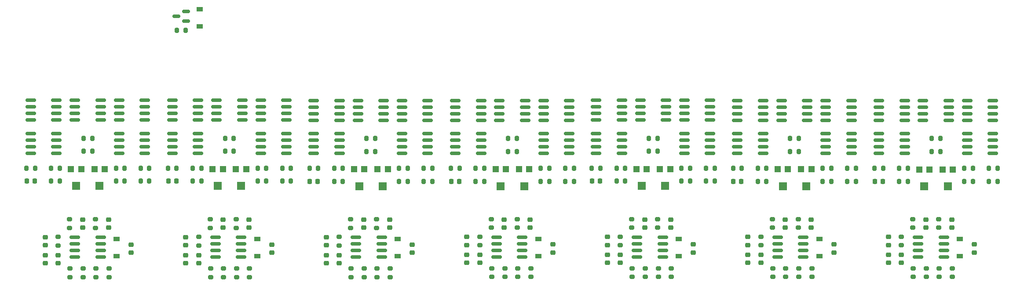
<source format=gtp>
G04 #@! TF.GenerationSoftware,KiCad,Pcbnew,(6.0.0)*
G04 #@! TF.CreationDate,2022-10-10T14:03:21+02:00*
G04 #@! TF.ProjectId,sonus7_rev1,736f6e75-7337-45f7-9265-76312e6b6963,rev?*
G04 #@! TF.SameCoordinates,Original*
G04 #@! TF.FileFunction,Paste,Top*
G04 #@! TF.FilePolarity,Positive*
%FSLAX46Y46*%
G04 Gerber Fmt 4.6, Leading zero omitted, Abs format (unit mm)*
G04 Created by KiCad (PCBNEW (6.0.0)) date 2022-10-10 14:03:21*
%MOMM*%
%LPD*%
G01*
G04 APERTURE LIST*
G04 Aperture macros list*
%AMRoundRect*
0 Rectangle with rounded corners*
0 $1 Rounding radius*
0 $2 $3 $4 $5 $6 $7 $8 $9 X,Y pos of 4 corners*
0 Add a 4 corners polygon primitive as box body*
4,1,4,$2,$3,$4,$5,$6,$7,$8,$9,$2,$3,0*
0 Add four circle primitives for the rounded corners*
1,1,$1+$1,$2,$3*
1,1,$1+$1,$4,$5*
1,1,$1+$1,$6,$7*
1,1,$1+$1,$8,$9*
0 Add four rect primitives between the rounded corners*
20,1,$1+$1,$2,$3,$4,$5,0*
20,1,$1+$1,$4,$5,$6,$7,0*
20,1,$1+$1,$6,$7,$8,$9,0*
20,1,$1+$1,$8,$9,$2,$3,0*%
G04 Aperture macros list end*
%ADD10RoundRect,0.200000X-0.275000X0.200000X-0.275000X-0.200000X0.275000X-0.200000X0.275000X0.200000X0*%
%ADD11RoundRect,0.150000X-0.825000X-0.150000X0.825000X-0.150000X0.825000X0.150000X-0.825000X0.150000X0*%
%ADD12RoundRect,0.200000X0.275000X-0.200000X0.275000X0.200000X-0.275000X0.200000X-0.275000X-0.200000X0*%
%ADD13RoundRect,0.200000X-0.200000X-0.275000X0.200000X-0.275000X0.200000X0.275000X-0.200000X0.275000X0*%
%ADD14RoundRect,0.225000X-0.250000X0.225000X-0.250000X-0.225000X0.250000X-0.225000X0.250000X0.225000X0*%
%ADD15RoundRect,0.225000X0.250000X-0.225000X0.250000X0.225000X-0.250000X0.225000X-0.250000X-0.225000X0*%
%ADD16R,1.200000X0.900000*%
%ADD17R,1.200000X1.200000*%
%ADD18R,1.600000X1.500000*%
%ADD19RoundRect,0.150000X0.587500X0.150000X-0.587500X0.150000X-0.587500X-0.150000X0.587500X-0.150000X0*%
%ADD20RoundRect,0.200000X0.200000X0.275000X-0.200000X0.275000X-0.200000X-0.275000X0.200000X-0.275000X0*%
%ADD21RoundRect,0.225000X-0.225000X-0.250000X0.225000X-0.250000X0.225000X0.250000X-0.225000X0.250000X0*%
G04 APERTURE END LIST*
D10*
X207350000Y-101850000D03*
X207350000Y-103500000D03*
D11*
X187972500Y-75877500D03*
X187972500Y-77147500D03*
X187972500Y-78417500D03*
X187972500Y-79687500D03*
X192922500Y-79687500D03*
X192922500Y-78417500D03*
X192922500Y-77147500D03*
X192922500Y-75877500D03*
X62212500Y-75857500D03*
X62212500Y-77127500D03*
X62212500Y-78397500D03*
X62212500Y-79667500D03*
X67162500Y-79667500D03*
X67162500Y-78397500D03*
X67162500Y-77127500D03*
X67162500Y-75857500D03*
D12*
X47537500Y-103532500D03*
X47537500Y-101882500D03*
D13*
X110607500Y-82542500D03*
X112257500Y-82542500D03*
D11*
X143787500Y-75857500D03*
X143787500Y-77127500D03*
X143787500Y-78397500D03*
X143787500Y-79667500D03*
X148737500Y-79667500D03*
X148737500Y-78397500D03*
X148737500Y-77127500D03*
X148737500Y-75857500D03*
D14*
X145950000Y-99250000D03*
X145950000Y-100800000D03*
D12*
X42437500Y-94057500D03*
X42437500Y-92407500D03*
D13*
X214637500Y-85072500D03*
X216287500Y-85072500D03*
D12*
X96637500Y-103532500D03*
X96637500Y-101882500D03*
D14*
X64787500Y-99282500D03*
X64787500Y-100832500D03*
D13*
X147712500Y-85032500D03*
X149362500Y-85032500D03*
X66137500Y-85032500D03*
X67787500Y-85032500D03*
X137857500Y-85052500D03*
X139507500Y-85052500D03*
D15*
X121400000Y-100800000D03*
X121400000Y-99250000D03*
D12*
X128700000Y-103500000D03*
X128700000Y-101850000D03*
D13*
X105857500Y-82552500D03*
X107507500Y-82552500D03*
D12*
X202550000Y-97400000D03*
X202550000Y-95750000D03*
D11*
X51962500Y-75857500D03*
X51962500Y-77127500D03*
X51962500Y-78397500D03*
X51962500Y-79667500D03*
X56912500Y-79667500D03*
X56912500Y-78397500D03*
X56912500Y-77127500D03*
X56912500Y-75857500D03*
D16*
X159700000Y-99450000D03*
X159700000Y-96150000D03*
D11*
X198212500Y-75897500D03*
X198212500Y-77167500D03*
X198212500Y-78437500D03*
X198212500Y-79707500D03*
X203162500Y-79707500D03*
X203162500Y-78437500D03*
X203162500Y-77167500D03*
X203162500Y-75897500D03*
X143787500Y-69472500D03*
X143787500Y-70742500D03*
X143787500Y-72012500D03*
X143787500Y-73282500D03*
X148737500Y-73282500D03*
X148737500Y-72012500D03*
X148737500Y-70742500D03*
X148737500Y-69472500D03*
D13*
X153962500Y-76782500D03*
X155612500Y-76782500D03*
D16*
X78537500Y-99482500D03*
X78537500Y-96182500D03*
D12*
X177700000Y-94025000D03*
X177700000Y-92375000D03*
X155650000Y-94025000D03*
X155650000Y-92375000D03*
D13*
X187397500Y-82552500D03*
X189047500Y-82552500D03*
D15*
X126100000Y-93975000D03*
X126100000Y-92425000D03*
D11*
X178725000Y-95845000D03*
X178725000Y-97115000D03*
X178725000Y-98385000D03*
X178725000Y-99655000D03*
X183675000Y-99655000D03*
X183675000Y-98385000D03*
X183675000Y-97115000D03*
X183675000Y-95845000D03*
D13*
X174897500Y-85052500D03*
X176547500Y-85052500D03*
D10*
X126200000Y-101850000D03*
X126200000Y-103500000D03*
D11*
X106432500Y-69492500D03*
X106432500Y-70762500D03*
X106432500Y-72032500D03*
X106432500Y-73302500D03*
X111382500Y-73302500D03*
X111382500Y-72032500D03*
X111382500Y-70762500D03*
X111382500Y-69492500D03*
D13*
X197387500Y-82572500D03*
X199037500Y-82572500D03*
D12*
X155750000Y-103500000D03*
X155750000Y-101850000D03*
D11*
X152287500Y-69472500D03*
X152287500Y-70742500D03*
X152287500Y-72012500D03*
X152287500Y-73282500D03*
X157237500Y-73282500D03*
X157237500Y-72012500D03*
X157237500Y-70742500D03*
X157237500Y-69472500D03*
D13*
X120607500Y-82552500D03*
X122257500Y-82552500D03*
X120607500Y-85052500D03*
X122257500Y-85052500D03*
D10*
X158250000Y-101850000D03*
X158250000Y-103500000D03*
D13*
X153962500Y-79282500D03*
X155612500Y-79282500D03*
D15*
X145950000Y-97350000D03*
X145950000Y-95800000D03*
D13*
X83387500Y-85032500D03*
X85037500Y-85032500D03*
X214637500Y-82572500D03*
X216287500Y-82572500D03*
X105857500Y-85052500D03*
X107507500Y-85052500D03*
X93357500Y-82552500D03*
X95007500Y-82552500D03*
X66137500Y-82532500D03*
X67787500Y-82532500D03*
X72387500Y-79282500D03*
X74037500Y-79282500D03*
D15*
X180200000Y-93975000D03*
X180200000Y-92425000D03*
D13*
X51387500Y-82532500D03*
X53037500Y-82532500D03*
D11*
X116682500Y-75877500D03*
X116682500Y-77147500D03*
X116682500Y-78417500D03*
X116682500Y-79687500D03*
X121632500Y-79687500D03*
X121632500Y-78417500D03*
X121632500Y-77147500D03*
X121632500Y-75877500D03*
X125182500Y-69492500D03*
X125182500Y-70762500D03*
X125182500Y-72032500D03*
X125182500Y-73302500D03*
X130132500Y-73302500D03*
X130132500Y-72032500D03*
X130132500Y-70762500D03*
X130132500Y-69492500D03*
D10*
X104137500Y-101882500D03*
X104137500Y-103532500D03*
D17*
X130932500Y-82752500D03*
D18*
X129932500Y-86002500D03*
D17*
X128932500Y-82752500D03*
D15*
X200050000Y-97350000D03*
X200050000Y-95800000D03*
D10*
X180300000Y-101850000D03*
X180300000Y-103500000D03*
D13*
X51387500Y-85032500D03*
X53037500Y-85032500D03*
D11*
X133682500Y-69492500D03*
X133682500Y-70762500D03*
X133682500Y-72032500D03*
X133682500Y-73302500D03*
X138632500Y-73302500D03*
X138632500Y-72032500D03*
X138632500Y-70762500D03*
X138632500Y-69492500D03*
D13*
X93357500Y-85052500D03*
X95007500Y-85052500D03*
X181147500Y-76802500D03*
X182797500Y-76802500D03*
D12*
X47437500Y-94057500D03*
X47437500Y-92407500D03*
D15*
X91837500Y-97382500D03*
X91837500Y-95832500D03*
D13*
X208387500Y-79322500D03*
X210037500Y-79322500D03*
D11*
X51962500Y-69472500D03*
X51962500Y-70742500D03*
X51962500Y-72012500D03*
X51962500Y-73282500D03*
X56912500Y-73282500D03*
X56912500Y-72012500D03*
X56912500Y-70742500D03*
X56912500Y-69472500D03*
D13*
X181147500Y-79302500D03*
X182797500Y-79302500D03*
D10*
X45037500Y-101882500D03*
X45037500Y-103532500D03*
D12*
X69487500Y-94057500D03*
X69487500Y-92407500D03*
D13*
X56137500Y-85032500D03*
X57787500Y-85032500D03*
D10*
X72087500Y-101882500D03*
X72087500Y-103532500D03*
D11*
X97562500Y-95877500D03*
X97562500Y-97147500D03*
X97562500Y-98417500D03*
X97562500Y-99687500D03*
X102512500Y-99687500D03*
X102512500Y-98417500D03*
X102512500Y-97147500D03*
X102512500Y-95877500D03*
D13*
X61387500Y-82532500D03*
X63037500Y-82532500D03*
D15*
X76987500Y-94007500D03*
X76987500Y-92457500D03*
D19*
X64875000Y-54200000D03*
X64875000Y-52300000D03*
X63000000Y-53250000D03*
D10*
X212350000Y-101850000D03*
X212350000Y-103500000D03*
D11*
X198212500Y-69512500D03*
X198212500Y-70782500D03*
X198212500Y-72052500D03*
X198212500Y-73322500D03*
X203162500Y-73322500D03*
X203162500Y-72052500D03*
X203162500Y-70782500D03*
X203162500Y-69512500D03*
D17*
X44712500Y-82732500D03*
D18*
X43712500Y-85982500D03*
D17*
X42712500Y-82732500D03*
D13*
X110607500Y-85052500D03*
X112257500Y-85052500D03*
D15*
X207250000Y-93975000D03*
X207250000Y-92425000D03*
D13*
X78637500Y-82532500D03*
X80287500Y-82532500D03*
D12*
X67287500Y-97432500D03*
X67287500Y-95782500D03*
D15*
X40237500Y-100832500D03*
X40237500Y-99282500D03*
D12*
X74587500Y-103532500D03*
X74587500Y-101882500D03*
D13*
X45137500Y-76782500D03*
X46787500Y-76782500D03*
D12*
X96537500Y-94057500D03*
X96537500Y-92407500D03*
D20*
X64762500Y-56000000D03*
X63112500Y-56000000D03*
D17*
X99182500Y-82752500D03*
D18*
X98182500Y-86002500D03*
D17*
X97182500Y-82752500D03*
X126432500Y-82752500D03*
D18*
X125432500Y-86002500D03*
D17*
X124432500Y-82752500D03*
D15*
X71987500Y-94007500D03*
X71987500Y-92457500D03*
D13*
X78637500Y-85032500D03*
X80287500Y-85032500D03*
D14*
X37737500Y-99282500D03*
X37737500Y-100832500D03*
D13*
X164962500Y-82522500D03*
X166612500Y-82522500D03*
D15*
X104037500Y-94007500D03*
X104037500Y-92457500D03*
D13*
X142962500Y-82532500D03*
X144612500Y-82532500D03*
X99607500Y-79302500D03*
X101257500Y-79302500D03*
D15*
X158150000Y-93975000D03*
X158150000Y-92425000D03*
X189550000Y-98775000D03*
X189550000Y-97225000D03*
D12*
X101637500Y-103532500D03*
X101637500Y-101882500D03*
D13*
X219387500Y-85072500D03*
X221037500Y-85072500D03*
D11*
X89432500Y-69492500D03*
X89432500Y-70762500D03*
X89432500Y-72032500D03*
X89432500Y-73302500D03*
X94382500Y-73302500D03*
X94382500Y-72032500D03*
X94382500Y-70762500D03*
X94382500Y-69492500D03*
X215212500Y-69512500D03*
X215212500Y-70782500D03*
X215212500Y-72052500D03*
X215212500Y-73322500D03*
X220162500Y-73322500D03*
X220162500Y-72052500D03*
X220162500Y-70782500D03*
X220162500Y-69512500D03*
D21*
X61437500Y-85032500D03*
X62987500Y-85032500D03*
D12*
X209850000Y-103500000D03*
X209850000Y-101850000D03*
X204850000Y-103500000D03*
X204850000Y-101850000D03*
D13*
X45137500Y-79282500D03*
X46787500Y-79282500D03*
X170147500Y-82552500D03*
X171797500Y-82552500D03*
D15*
X173000000Y-97350000D03*
X173000000Y-95800000D03*
D13*
X83387500Y-82522500D03*
X85037500Y-82522500D03*
D10*
X185300000Y-101850000D03*
X185300000Y-103500000D03*
D15*
X108387500Y-98807500D03*
X108387500Y-97257500D03*
D12*
X121400000Y-97400000D03*
X121400000Y-95750000D03*
D17*
X153537500Y-82732500D03*
D18*
X152537500Y-85982500D03*
D17*
X151537500Y-82732500D03*
D14*
X118900000Y-99250000D03*
X118900000Y-100800000D03*
D16*
X105587500Y-99482500D03*
X105587500Y-96182500D03*
D12*
X150750000Y-103500000D03*
X150750000Y-101850000D03*
X94337500Y-97432500D03*
X94337500Y-95782500D03*
D13*
X192147500Y-82542500D03*
X193797500Y-82542500D03*
D16*
X132650000Y-99450000D03*
X132650000Y-96150000D03*
D13*
X137857500Y-82542500D03*
X139507500Y-82542500D03*
D15*
X54287500Y-98807500D03*
X54287500Y-97257500D03*
D11*
X206712500Y-69512500D03*
X206712500Y-70782500D03*
X206712500Y-72052500D03*
X206712500Y-73322500D03*
X211662500Y-73322500D03*
X211662500Y-72052500D03*
X211662500Y-70782500D03*
X211662500Y-69512500D03*
X133682500Y-75877500D03*
X133682500Y-77147500D03*
X133682500Y-78417500D03*
X133682500Y-79687500D03*
X138632500Y-79687500D03*
X138632500Y-78417500D03*
X138632500Y-77147500D03*
X138632500Y-75877500D03*
D12*
X175500000Y-97400000D03*
X175500000Y-95750000D03*
D15*
X99037500Y-94007500D03*
X99037500Y-92457500D03*
D13*
X38887500Y-82532500D03*
X40537500Y-82532500D03*
D12*
X101537500Y-94057500D03*
X101537500Y-92407500D03*
D11*
X160787500Y-75857500D03*
X160787500Y-77127500D03*
X160787500Y-78397500D03*
X160787500Y-79667500D03*
X165737500Y-79667500D03*
X165737500Y-78397500D03*
X165737500Y-77127500D03*
X165737500Y-75857500D03*
D13*
X133107500Y-82552500D03*
X134757500Y-82552500D03*
D12*
X148450000Y-97400000D03*
X148450000Y-95750000D03*
D10*
X153250000Y-101850000D03*
X153250000Y-103500000D03*
D11*
X62212500Y-69472500D03*
X62212500Y-70742500D03*
X62212500Y-72012500D03*
X62212500Y-73282500D03*
X67162500Y-73282500D03*
X67162500Y-72012500D03*
X67162500Y-70742500D03*
X67162500Y-69472500D03*
X160787500Y-69472500D03*
X160787500Y-70742500D03*
X160787500Y-72012500D03*
X160787500Y-73282500D03*
X165737500Y-73282500D03*
X165737500Y-72012500D03*
X165737500Y-70742500D03*
X165737500Y-69472500D03*
X97932500Y-69492500D03*
X97932500Y-70762500D03*
X97932500Y-72032500D03*
X97932500Y-73302500D03*
X102882500Y-73302500D03*
X102882500Y-72032500D03*
X102882500Y-70762500D03*
X102882500Y-69492500D03*
D13*
X72387500Y-76782500D03*
X74037500Y-76782500D03*
D15*
X94337500Y-100832500D03*
X94337500Y-99282500D03*
D12*
X177800000Y-103500000D03*
X177800000Y-101850000D03*
D15*
X212250000Y-93975000D03*
X212250000Y-92425000D03*
D17*
X185222500Y-82752500D03*
D18*
X184222500Y-86002500D03*
D17*
X183222500Y-82752500D03*
D11*
X124625000Y-95845000D03*
X124625000Y-97115000D03*
X124625000Y-98385000D03*
X124625000Y-99655000D03*
X129575000Y-99655000D03*
X129575000Y-98385000D03*
X129575000Y-97115000D03*
X129575000Y-95845000D03*
D12*
X150650000Y-94025000D03*
X150650000Y-92375000D03*
D13*
X38887500Y-85032500D03*
X40537500Y-85032500D03*
D17*
X212462500Y-82772500D03*
D18*
X211462500Y-86022500D03*
D17*
X210462500Y-82772500D03*
D13*
X208387500Y-76822500D03*
X210037500Y-76822500D03*
D15*
X49937500Y-94007500D03*
X49937500Y-92457500D03*
D11*
X79212500Y-69472500D03*
X79212500Y-70742500D03*
X79212500Y-72012500D03*
X79212500Y-73282500D03*
X84162500Y-73282500D03*
X84162500Y-72012500D03*
X84162500Y-70742500D03*
X84162500Y-69472500D03*
D12*
X182700000Y-94025000D03*
X182700000Y-92375000D03*
D11*
X151675000Y-95845000D03*
X151675000Y-97115000D03*
X151675000Y-98385000D03*
X151675000Y-99655000D03*
X156625000Y-99655000D03*
X156625000Y-98385000D03*
X156625000Y-97115000D03*
X156625000Y-95845000D03*
D13*
X160212500Y-85032500D03*
X161862500Y-85032500D03*
D16*
X51487500Y-99482500D03*
X51487500Y-96182500D03*
D12*
X209750000Y-94025000D03*
X209750000Y-92375000D03*
D14*
X200050000Y-99250000D03*
X200050000Y-100800000D03*
D11*
X70512500Y-95877500D03*
X70512500Y-97147500D03*
X70512500Y-98417500D03*
X70512500Y-99687500D03*
X75462500Y-99687500D03*
X75462500Y-98417500D03*
X75462500Y-97147500D03*
X75462500Y-95877500D03*
D17*
X49212500Y-82732500D03*
D18*
X48212500Y-85982500D03*
D17*
X47212500Y-82732500D03*
D11*
X70712500Y-69472500D03*
X70712500Y-70742500D03*
X70712500Y-72012500D03*
X70712500Y-73282500D03*
X75662500Y-73282500D03*
X75662500Y-72012500D03*
X75662500Y-70742500D03*
X75662500Y-69472500D03*
X43462500Y-69472500D03*
X43462500Y-70742500D03*
X43462500Y-72012500D03*
X43462500Y-73282500D03*
X48412500Y-73282500D03*
X48412500Y-72012500D03*
X48412500Y-70742500D03*
X48412500Y-69472500D03*
D13*
X133107500Y-85052500D03*
X134757500Y-85052500D03*
X202137500Y-85072500D03*
X203787500Y-85072500D03*
D14*
X173000000Y-99250000D03*
X173000000Y-100800000D03*
D15*
X162500000Y-98775000D03*
X162500000Y-97225000D03*
D17*
X71962500Y-82732500D03*
D18*
X70962500Y-85982500D03*
D17*
X69962500Y-82732500D03*
D13*
X202137500Y-82572500D03*
X203787500Y-82572500D03*
D21*
X34187500Y-85032500D03*
X35737500Y-85032500D03*
D13*
X187397500Y-85052500D03*
X189047500Y-85052500D03*
D21*
X143012500Y-85032500D03*
X144562500Y-85032500D03*
D12*
X40237500Y-97432500D03*
X40237500Y-95782500D03*
D11*
X215212500Y-75897500D03*
X215212500Y-77167500D03*
X215212500Y-78437500D03*
X215212500Y-79707500D03*
X220162500Y-79707500D03*
X220162500Y-78437500D03*
X220162500Y-77167500D03*
X220162500Y-75897500D03*
D21*
X170197500Y-85052500D03*
X171747500Y-85052500D03*
D12*
X74487500Y-94057500D03*
X74487500Y-92407500D03*
D15*
X216600000Y-98775000D03*
X216600000Y-97225000D03*
D11*
X116682500Y-69492500D03*
X116682500Y-70762500D03*
X116682500Y-72032500D03*
X116682500Y-73302500D03*
X121632500Y-73302500D03*
X121632500Y-72032500D03*
X121632500Y-70762500D03*
X121632500Y-69492500D03*
X34962500Y-69472500D03*
X34962500Y-70742500D03*
X34962500Y-72012500D03*
X34962500Y-73282500D03*
X39912500Y-73282500D03*
X39912500Y-72012500D03*
X39912500Y-70742500D03*
X39912500Y-69472500D03*
D15*
X153150000Y-93975000D03*
X153150000Y-92425000D03*
D17*
X180722500Y-82752500D03*
D18*
X179722500Y-86002500D03*
D17*
X178722500Y-82752500D03*
D15*
X175500000Y-100800000D03*
X175500000Y-99250000D03*
D12*
X128600000Y-94025000D03*
X128600000Y-92375000D03*
D15*
X64787500Y-97382500D03*
X64787500Y-95832500D03*
D13*
X160212500Y-82532500D03*
X161862500Y-82532500D03*
D12*
X204750000Y-94025000D03*
X204750000Y-92375000D03*
X42537500Y-103532500D03*
X42537500Y-101882500D03*
D10*
X131200000Y-101850000D03*
X131200000Y-103500000D03*
D15*
X135450000Y-98775000D03*
X135450000Y-97225000D03*
X37737500Y-97382500D03*
X37737500Y-95832500D03*
D13*
X99607500Y-76802500D03*
X101257500Y-76802500D03*
D11*
X106432500Y-75877500D03*
X106432500Y-77147500D03*
X106432500Y-78417500D03*
X106432500Y-79687500D03*
X111382500Y-79687500D03*
X111382500Y-78417500D03*
X111382500Y-77147500D03*
X111382500Y-75877500D03*
D21*
X88657500Y-85052500D03*
X90207500Y-85052500D03*
D15*
X118900000Y-97350000D03*
X118900000Y-95800000D03*
D11*
X170972500Y-75877500D03*
X170972500Y-77147500D03*
X170972500Y-78417500D03*
X170972500Y-79687500D03*
X175922500Y-79687500D03*
X175922500Y-78417500D03*
X175922500Y-77147500D03*
X175922500Y-75877500D03*
D12*
X182800000Y-103500000D03*
X182800000Y-101850000D03*
D16*
X67500000Y-51900000D03*
X67500000Y-55200000D03*
D13*
X56137500Y-82522500D03*
X57787500Y-82522500D03*
X147712500Y-82532500D03*
X149362500Y-82532500D03*
D11*
X43462500Y-95877500D03*
X43462500Y-97147500D03*
X43462500Y-98417500D03*
X43462500Y-99687500D03*
X48412500Y-99687500D03*
X48412500Y-98417500D03*
X48412500Y-97147500D03*
X48412500Y-95877500D03*
X170972500Y-69492500D03*
X170972500Y-70762500D03*
X170972500Y-72032500D03*
X170972500Y-73302500D03*
X175922500Y-73302500D03*
X175922500Y-72032500D03*
X175922500Y-70762500D03*
X175922500Y-69492500D03*
X34962500Y-75857500D03*
X34962500Y-77127500D03*
X34962500Y-78397500D03*
X34962500Y-79667500D03*
X39912500Y-79667500D03*
X39912500Y-78397500D03*
X39912500Y-77127500D03*
X39912500Y-75857500D03*
D16*
X213800000Y-99450000D03*
X213800000Y-96150000D03*
D10*
X77087500Y-101882500D03*
X77087500Y-103532500D03*
D11*
X79212500Y-75857500D03*
X79212500Y-77127500D03*
X79212500Y-78397500D03*
X79212500Y-79667500D03*
X84162500Y-79667500D03*
X84162500Y-78397500D03*
X84162500Y-77127500D03*
X84162500Y-75857500D03*
D15*
X67287500Y-100832500D03*
X67287500Y-99282500D03*
D11*
X89432500Y-75877500D03*
X89432500Y-77147500D03*
X89432500Y-78417500D03*
X89432500Y-79687500D03*
X94382500Y-79687500D03*
X94382500Y-78417500D03*
X94382500Y-77147500D03*
X94382500Y-75877500D03*
D14*
X91837500Y-99282500D03*
X91837500Y-100832500D03*
D17*
X207962500Y-82772500D03*
D18*
X206962500Y-86022500D03*
D17*
X205962500Y-82772500D03*
D13*
X164962500Y-85032500D03*
X166612500Y-85032500D03*
D21*
X115907500Y-85052500D03*
X117457500Y-85052500D03*
D13*
X126857500Y-76802500D03*
X128507500Y-76802500D03*
D17*
X76462500Y-82732500D03*
D18*
X75462500Y-85982500D03*
D17*
X74462500Y-82732500D03*
D13*
X126857500Y-79302500D03*
X128507500Y-79302500D03*
D10*
X99137500Y-101882500D03*
X99137500Y-103532500D03*
D13*
X219387500Y-82562500D03*
X221037500Y-82562500D03*
X174897500Y-82552500D03*
X176547500Y-82552500D03*
D15*
X44937500Y-94007500D03*
X44937500Y-92457500D03*
D13*
X88607500Y-82552500D03*
X90257500Y-82552500D03*
D12*
X123700000Y-103500000D03*
X123700000Y-101850000D03*
D15*
X81337500Y-98807500D03*
X81337500Y-97257500D03*
D21*
X197437500Y-85072500D03*
X198987500Y-85072500D03*
D15*
X185200000Y-93975000D03*
X185200000Y-92425000D03*
D11*
X205775000Y-95845000D03*
X205775000Y-97115000D03*
X205775000Y-98385000D03*
X205775000Y-99655000D03*
X210725000Y-99655000D03*
X210725000Y-98385000D03*
X210725000Y-97115000D03*
X210725000Y-95845000D03*
D13*
X34137500Y-82532500D03*
X35787500Y-82532500D03*
D10*
X50037500Y-101882500D03*
X50037500Y-103532500D03*
D16*
X186750000Y-99450000D03*
X186750000Y-96150000D03*
D17*
X158037500Y-82732500D03*
D18*
X157037500Y-85982500D03*
D17*
X156037500Y-82732500D03*
D12*
X69587500Y-103532500D03*
X69587500Y-101882500D03*
D15*
X202550000Y-100800000D03*
X202550000Y-99250000D03*
D13*
X192147500Y-85052500D03*
X193797500Y-85052500D03*
D15*
X131100000Y-93975000D03*
X131100000Y-92425000D03*
D17*
X103682500Y-82752500D03*
D18*
X102682500Y-86002500D03*
D17*
X101682500Y-82752500D03*
D11*
X179472500Y-69492500D03*
X179472500Y-70762500D03*
X179472500Y-72032500D03*
X179472500Y-73302500D03*
X184422500Y-73302500D03*
X184422500Y-72032500D03*
X184422500Y-70762500D03*
X184422500Y-69492500D03*
D13*
X115857500Y-82552500D03*
X117507500Y-82552500D03*
D11*
X187972500Y-69492500D03*
X187972500Y-70762500D03*
X187972500Y-72032500D03*
X187972500Y-73302500D03*
X192922500Y-73302500D03*
X192922500Y-72032500D03*
X192922500Y-70762500D03*
X192922500Y-69492500D03*
D12*
X123600000Y-94025000D03*
X123600000Y-92375000D03*
D15*
X148450000Y-100800000D03*
X148450000Y-99250000D03*
M02*

</source>
